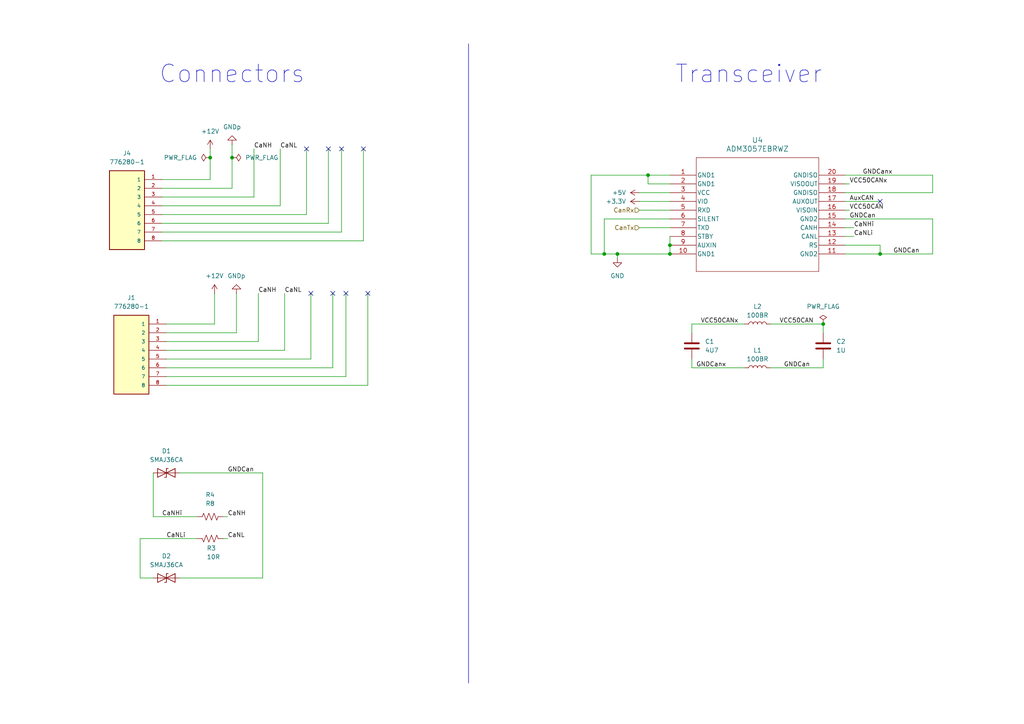
<source format=kicad_sch>
(kicad_sch (version 20250114) (generator "eeschema") (generator_version "9.0")
  (paper "A4")
  (lib_symbols
    (symbol "2025-10-14_23-44-50:ADM3057EBRWZ" (pin_names (offset 0.254))
      (property "Reference" "U" (at 25.4 10.16 0))
      (property "Value" "ADM3057EBRWZ" (at 25.4 7.62 0))
      (symbol "ADM3057EBRWZ_0_1"
        (polyline (pts (xy 7.62 5.08) (xy 7.62 -27.94)) (stroke (width 0.127)))
        (polyline (pts (xy 7.62 -27.94) (xy 43.18 -27.94)) (stroke (width 0.127)))
        (polyline (pts (xy 43.18 5.08) (xy 7.62 5.08)) (stroke (width 0.127)))
        (polyline (pts (xy 43.18 -27.94) (xy 43.18 5.08)) (stroke (width 0.127)))
        (pin power_out line (at 0 0 0) (length 7.62) (name "GND1") (number "1"))
        (pin power_out line (at 0 -2.54 0) (length 7.62) (name "GND1") (number "2"))
        (pin power_in line (at 0 -5.08 0) (length 7.62) (name "VCC") (number "3"))
        (pin power_in line (at 0 -7.62 0) (length 7.62) (name "VIO") (number "4"))
        (pin output line (at 0 -10.16 0) (length 7.62) (name "RXD") (number "5"))
        (pin input line (at 0 -12.7 0) (length 7.62) (name "SILENT") (number "6"))
        (pin input line (at 0 -15.24 0) (length 7.62) (name "TXD") (number "7"))
        (pin input line (at 0 -17.78 0) (length 7.62) (name "STBY") (number "8"))
        (pin input line (at 0 -20.32 0) (length 7.62) (name "AUXIN") (number "9"))
        (pin power_out line (at 0 -22.86 0) (length 7.62) (name "GND1") (number "10"))
        (pin power_out line (at 50.8 0 180) (length 7.62) (name "GNDISO") (number "20"))
        (pin output line (at 50.8 -2.54 180) (length 7.62) (name "VISOOUT") (number "19"))
        (pin power_out line (at 50.8 -5.08 180) (length 7.62) (name "GNDISO") (number "18"))
        (pin output line (at 50.8 -7.62 180) (length 7.62) (name "AUXOUT") (number "17"))
        (pin power_in line (at 50.8 -10.16 180) (length 7.62) (name "VISOIN") (number "16"))
        (pin power_out line (at 50.8 -12.7 180) (length 7.62) (name "GND2") (number "15"))
        (pin bidirectional line (at 50.8 -15.24 180) (length 7.62) (name "CANH") (number "14"))
        (pin bidirectional line (at 50.8 -17.78 180) (length 7.62) (name "CANL") (number "13"))
        (pin input line (at 50.8 -20.32 180) (length 7.62) (name "RS") (number "12"))
        (pin power_out line (at 50.8 -22.86 180) (length 7.62) (name "GND2") (number "11"))
      )
    )
    (symbol "776280-1:776280-1" (pin_names (offset 1.016))
      (property "Reference" "J" (at -5.8425 10.4149 0))
      (property "Value" "776280-1" (at -5.8428 -14.988 0))
      (symbol "776280-1_0_0"
        (rectangle (start -5.08 -12.7) (end 5.08 10.16) (stroke (width 0.254)) (fill (type background)))
        (pin passive line (at 10.16 7.62 180) (length 5.08) (name "1") (number "1"))
        (pin passive line (at 10.16 5.08 180) (length 5.08) (name "2") (number "2"))
        (pin passive line (at 10.16 2.54 180) (length 5.08) (name "3") (number "3"))
        (pin passive line (at 10.16 0 180) (length 5.08) (name "4") (number "4"))
        (pin passive line (at 10.16 -2.54 180) (length 5.08) (name "5") (number "5"))
        (pin passive line (at 10.16 -5.08 180) (length 5.08) (name "6") (number "6"))
        (pin passive line (at 10.16 -7.62 180) (length 5.08) (name "7") (number "7"))
        (pin passive line (at 10.16 -10.16 180) (length 5.08) (name "8") (number "8"))
      )
    )
    (symbol "Device:C" (pin_numbers (hide yes)) (pin_names (offset 0.254))
      (property "Reference" "C" (at 0.635 2.54 0))
      (property "Value" "C" (at 0.635 -2.54 0))
      (symbol "C_0_1"
        (polyline (pts (xy -2.032 0.762) (xy 2.032 0.762)) (stroke (width 0.508)))
        (polyline (pts (xy -2.032 -0.762) (xy 2.032 -0.762)) (stroke (width 0.508)))
      )
      (symbol "C_1_1"
        (pin passive line (at 0 3.81 270) (length 2.794) (name "~") (number "1"))
        (pin passive line (at 0 -3.81 90) (length 2.794) (name "~") (number "2"))
      )
    )
    (symbol "Device:L" (pin_numbers (hide yes)) (pin_names (offset 1.016) (hide yes))
      (property "Reference" "L" (at -1.27 0 90))
      (property "Value" "L" (at 1.905 0 90))
      (symbol "L_0_1"
        (arc (start 0 2.54) (mid 0.6323 1.905) (end 0 1.27))
        (arc (start 0 1.27) (mid 0.6323 0.635) (end 0 0))
        (arc (start 0 0) (mid 0.6323 -0.635) (end 0 -1.27))
        (arc (start 0 -1.27) (mid 0.6323 -1.905) (end 0 -2.54))
      )
      (symbol "L_1_1"
        (pin passive line (at 0 3.81 270) (length 1.27) (name "1") (number "1"))
        (pin passive line (at 0 -3.81 90) (length 1.27) (name "2") (number "2"))
      )
    )
    (symbol "Device:R_US" (pin_numbers (hide yes)) (pin_names (offset 0))
      (property "Reference" "R" (at 2.54 0 90))
      (property "Value" "R_US" (at -2.54 0 90))
      (symbol "R_US_0_1"
        (polyline (pts (xy 0 2.286) (xy 0 2.54)))
        (polyline (pts (xy 0 2.286) (xy 1.016 1.905) (xy 0 1.524) (xy -1.016 1.143) (xy 0 0.762)))
        (polyline (pts (xy 0 0.762) (xy 1.016 0.381) (xy 0 0) (xy -1.016 -0.381) (xy 0 -0.762)))
        (polyline (pts (xy 0 -0.762) (xy 1.016 -1.143) (xy 0 -1.524) (xy -1.016 -1.905) (xy 0 -2.286)))
        (polyline (pts (xy 0 -2.286) (xy 0 -2.54)))
      )
      (symbol "R_US_1_1"
        (pin passive line (at 0 3.81 270) (length 1.27) (name "~") (number "1"))
        (pin passive line (at 0 -3.81 90) (length 1.27) (name "~") (number "2"))
      )
    )
    (symbol "Diode:SMAJ36CA" (pin_numbers (hide yes)) (pin_names (offset 1.016) (hide yes))
      (property "Reference" "D" (at 0 2.54 0))
      (property "Value" "SMAJ36CA" (at 0 -2.54 0))
      (symbol "SMAJ36CA_0_1"
        (polyline (pts (xy -2.54 -1.27) (xy 0 0) (xy -2.54 1.27) (xy -2.54 -1.27)) (stroke (width 0.2032)))
        (polyline (pts (xy 0.508 1.27) (xy 0 1.27) (xy 0 -1.27) (xy -0.508 -1.27)) (stroke (width 0.2032)))
        (polyline (pts (xy 1.27 0) (xy -1.27 0)))
        (polyline (pts (xy 2.54 1.27) (xy 2.54 -1.27) (xy 0 0) (xy 2.54 1.27)) (stroke (width 0.2032)))
      )
      (symbol "SMAJ36CA_1_1"
        (pin passive line (at -3.81 0 0) (length 2.54) (name "A1") (number "1"))
        (pin passive line (at 3.81 0 180) (length 2.54) (name "A2") (number "2"))
      )
    )
    (symbol "power:+12V" (power) (pin_numbers (hide yes)) (pin_names (offset 0) (hide yes))
      (property "Value" "+12V" (at 0 3.556 0))
      (symbol "+12V_0_1"
        (polyline (pts (xy -0.762 1.27) (xy 0 2.54)))
        (polyline (pts (xy 0 2.54) (xy 0.762 1.27)))
        (polyline (pts (xy 0 0) (xy 0 2.54)))
      )
      (symbol "+12V_1_1"
        (pin power_in line (at 0 0 90) (length 0) (name "~") (number "1"))
      )
    )
    (symbol "power:+3.3V" (power) (pin_numbers (hide yes)) (pin_names (offset 0) (hide yes))
      (property "Value" "+3.3V" (at 0 3.556 0))
      (symbol "+3.3V_0_1"
        (polyline (pts (xy -0.762 1.27) (xy 0 2.54)))
        (polyline (pts (xy 0 2.54) (xy 0.762 1.27)))
        (polyline (pts (xy 0 0) (xy 0 2.54)))
      )
      (symbol "+3.3V_1_1"
        (pin power_in line (at 0 0 90) (length 0) (name "~") (number "1"))
      )
    )
    (symbol "power:+5V" (power) (pin_numbers (hide yes)) (pin_names (offset 0) (hide yes))
      (property "Value" "+5V" (at 0 3.556 0))
      (symbol "+5V_0_1"
        (polyline (pts (xy -0.762 1.27) (xy 0 2.54)))
        (polyline (pts (xy 0 2.54) (xy 0.762 1.27)))
        (polyline (pts (xy 0 0) (xy 0 2.54)))
      )
      (symbol "+5V_1_1"
        (pin power_in line (at 0 0 90) (length 0) (name "~") (number "1"))
      )
    )
    (symbol "power:GND" (power) (pin_numbers (hide yes)) (pin_names (offset 0) (hide yes))
      (property "Value" "GND" (at 0 -3.81 0))
      (symbol "GND_0_1"
        (polyline (pts (xy 0 0) (xy 0 -1.27) (xy 1.27 -1.27) (xy 0 -2.54) (xy -1.27 -1.27) (xy 0 -1.27)))
      )
      (symbol "GND_1_1"
        (pin power_in line (at 0 0 270) (length 0) (name "~") (number "1"))
      )
    )
    (symbol "power:PWR_FLAG" (power) (pin_numbers (hide yes)) (pin_names (offset 0) (hide yes))
      (property "Value" "PWR_FLAG" (at 0 3.81 0))
      (symbol "PWR_FLAG_0_0"
        (pin power_out line (at 0 0 90) (length 0) (name "~") (number "1"))
      )
      (symbol "PWR_FLAG_0_1"
        (polyline (pts (xy 0 0) (xy 0 1.27) (xy -1.016 1.905) (xy 0 2.54) (xy 1.016 1.905) (xy 0 1.27)))
      )
    )
  )
  (text "Connectors" (at 67.31 21.59 0) (effects (font (size 5.08 5.08))))
  (text "Transceiver" (at 217.17 21.59 0) (effects (font (size 5.08 5.08))))
  (junction (at 175.26 73.66))
  (junction (at 194.31 71.12))
  (junction (at 238.76 93.98))
  (junction (at 60.96 45.72))
  (junction (at 179.07 73.66))
  (junction (at 187.96 50.8))
  (junction (at 67.31 45.72))
  (junction (at 255.27 73.66))
  (junction (at 194.31 73.66))
  (no_connect (at 96.52 85.09))
  (no_connect (at 88.9 43.18))
  (no_connect (at 105.41 43.18))
  (no_connect (at 255.27 58.42))
  (no_connect (at 99.06 43.18))
  (no_connect (at 90.17 85.09))
  (no_connect (at 100.33 85.09))
  (no_connect (at 106.68 85.09))
  (no_connect (at 95.25 43.18))
  (wire (pts (xy 175.26 73.66) (xy 179.07 73.66)))
  (wire (pts (xy 179.07 73.66) (xy 179.07 74.93)))
  (wire (pts (xy 185.42 60.96) (xy 194.31 60.96)))
  (wire (pts (xy 48.26 104.14) (xy 90.17 104.14)))
  (wire (pts (xy 245.11 66.04) (xy 247.65 66.04)))
  (wire (pts (xy 48.26 99.06) (xy 74.93 99.06)))
  (wire (pts (xy 52.07 167.64) (xy 76.2 167.64)))
  (wire (pts (xy 185.42 55.88) (xy 194.31 55.88)))
  (wire (pts (xy 64.77 156.21) (xy 66.04 156.21)))
  (wire (pts (xy 238.76 93.98) (xy 238.76 96.52)))
  (wire (pts (xy 270.51 63.5) (xy 270.51 73.66)))
  (wire (pts (xy 76.2 167.64) (xy 76.2 137.16)))
  (wire (pts (xy 46.99 52.07) (xy 60.96 52.07)))
  (wire (pts (xy 67.31 45.72) (xy 67.31 54.61)))
  (wire (pts (xy 179.07 73.66) (xy 194.31 73.66)))
  (wire (pts (xy 245.11 58.42) (xy 255.27 58.42)))
  (wire (pts (xy 106.68 85.09) (xy 106.68 111.76)))
  (wire (pts (xy 270.51 73.66) (xy 255.27 73.66)))
  (wire (pts (xy 200.66 96.52) (xy 200.66 93.98)))
  (wire (pts (xy 46.99 54.61) (xy 67.31 54.61)))
  (wire (pts (xy 48.26 111.76) (xy 106.68 111.76)))
  (wire (pts (xy 245.11 63.5) (xy 270.51 63.5)))
  (wire (pts (xy 81.28 43.18) (xy 81.28 59.69)))
  (wire (pts (xy 73.66 43.18) (xy 73.66 57.15)))
  (wire (pts (xy 48.26 96.52) (xy 68.58 96.52)))
  (wire (pts (xy 185.42 58.42) (xy 194.31 58.42)))
  (wire (pts (xy 52.07 137.16) (xy 76.2 137.16)))
  (wire (pts (xy 46.99 57.15) (xy 73.66 57.15)))
  (wire (pts (xy 95.25 43.18) (xy 95.25 64.77)))
  (wire (pts (xy 171.45 73.66) (xy 171.45 50.8)))
  (wire (pts (xy 215.9 106.68) (xy 200.66 106.68)))
  (wire (pts (xy 88.9 43.18) (xy 88.9 62.23)))
  (wire (pts (xy 60.96 43.18) (xy 60.96 45.72)))
  (wire (pts (xy 67.31 41.91) (xy 67.31 45.72)))
  (wire (pts (xy 40.64 156.21) (xy 57.15 156.21)))
  (wire (pts (xy 175.26 63.5) (xy 194.31 63.5)))
  (wire (pts (xy 245.11 60.96) (xy 246.38 60.96)))
  (wire (pts (xy 194.31 68.58) (xy 194.31 71.12)))
  (wire (pts (xy 255.27 73.66) (xy 245.11 73.66)))
  (wire (pts (xy 48.26 106.68) (xy 96.52 106.68)))
  (wire (pts (xy 48.26 109.22) (xy 100.33 109.22)))
  (wire (pts (xy 245.11 53.34) (xy 246.38 53.34)))
  (wire (pts (xy 187.96 50.8) (xy 194.31 50.8)))
  (wire (pts (xy 46.99 64.77) (xy 95.25 64.77)))
  (wire (pts (xy 99.06 43.18) (xy 99.06 67.31)))
  (wire (pts (xy 46.99 59.69) (xy 81.28 59.69)))
  (wire (pts (xy 90.17 85.09) (xy 90.17 104.14)))
  (wire (pts (xy 105.41 43.18) (xy 105.41 69.85)))
  (wire (pts (xy 194.31 71.12) (xy 194.31 73.66)))
  (wire (pts (xy 200.66 93.98) (xy 215.9 93.98)))
  (wire (pts (xy 96.52 85.09) (xy 96.52 106.68)))
  (wire (pts (xy 245.11 50.8) (xy 270.51 50.8)))
  (wire (pts (xy 64.77 149.86) (xy 66.04 149.86)))
  (wire (pts (xy 46.99 67.31) (xy 99.06 67.31)))
  (polyline (pts (xy 135.89 12.7) (xy 135.89 198.12)))
  (wire (pts (xy 48.26 93.98) (xy 62.23 93.98)))
  (wire (pts (xy 44.45 149.86) (xy 57.15 149.86)))
  (wire (pts (xy 187.96 50.8) (xy 187.96 53.34)))
  (wire (pts (xy 245.11 55.88) (xy 270.51 55.88)))
  (wire (pts (xy 238.76 106.68) (xy 238.76 104.14)))
  (wire (pts (xy 245.11 68.58) (xy 247.65 68.58)))
  (wire (pts (xy 40.64 156.21) (xy 40.64 167.64)))
  (wire (pts (xy 255.27 71.12) (xy 255.27 73.66)))
  (wire (pts (xy 46.99 62.23) (xy 88.9 62.23)))
  (wire (pts (xy 171.45 73.66) (xy 175.26 73.66)))
  (wire (pts (xy 68.58 85.09) (xy 68.58 96.52)))
  (wire (pts (xy 270.51 50.8) (xy 270.51 55.88)))
  (wire (pts (xy 171.45 50.8) (xy 187.96 50.8)))
  (wire (pts (xy 60.96 45.72) (xy 60.96 52.07)))
  (wire (pts (xy 100.33 85.09) (xy 100.33 109.22)))
  (wire (pts (xy 200.66 106.68) (xy 200.66 104.14)))
  (wire (pts (xy 185.42 66.04) (xy 194.31 66.04)))
  (wire (pts (xy 175.26 63.5) (xy 175.26 73.66)))
  (wire (pts (xy 223.52 93.98) (xy 238.76 93.98)))
  (wire (pts (xy 82.55 85.09) (xy 82.55 101.6)))
  (wire (pts (xy 74.93 85.09) (xy 74.93 99.06)))
  (wire (pts (xy 44.45 137.16) (xy 44.45 149.86)))
  (wire (pts (xy 46.99 69.85) (xy 105.41 69.85)))
  (wire (pts (xy 48.26 101.6) (xy 82.55 101.6)))
  (wire (pts (xy 187.96 53.34) (xy 194.31 53.34)))
  (wire (pts (xy 40.64 167.64) (xy 44.45 167.64)))
  (wire (pts (xy 245.11 71.12) (xy 255.27 71.12)))
  (wire (pts (xy 62.23 85.09) (xy 62.23 93.98)))
  (wire (pts (xy 223.52 106.68) (xy 238.76 106.68)))
  (label "CaNLi" (at 247.65 68.58 0))
  (label "CaNL" (at 66.04 156.21 0))
  (label "CaNHi" (at 247.65 66.04 0))
  (label "CaNL" (at 81.28 43.18 0))
  (label "GNDCanx" (at 201.93 106.68 0))
  (label "VCC50CANx" (at 246.38 53.34 0))
  (label "CaNH" (at 73.66 43.18 0))
  (label "CaNL" (at 82.55 85.09 0))
  (label "CaNHi" (at 46.99 149.86 0))
  (label "VCC50CAN" (at 246.38 60.96 0))
  (label "CaNH" (at 74.93 85.09 0))
  (label "VCC50CAN" (at 226.06 93.98 0))
  (label "AuxCAN" (at 246.38 58.42 0))
  (label "GNDCan" (at 227.33 106.68 0))
  (label "GNDCan" (at 66.04 137.16 0))
  (label "GNDCan" (at 246.38 63.5 0))
  (label "VCC50CANx" (at 203.2 93.98 0))
  (label "GNDCanx" (at 250.19 50.8 0))
  (label "CaNH" (at 66.04 149.86 0))
  (label "GNDCan" (at 259.08 73.66 0))
  (label "CaNLi" (at 48.26 156.21 0))
  (hierarchical_label "CanTx" (shape input) (at 185.42 66.04 180))
  (hierarchical_label "CanRx" (shape input) (at 185.42 60.96 180))
  (symbol (lib_id "power:+3.3V") (at 185.42 58.42 90) (unit 1)
    (property "Reference" "#PWR02" (effects (hide yes)))
    (property "Value" "+3.3V" (at 181.61 58.4199 90) (effects (justify left)))
    (property "Description" "Power symbol creates a global label with name \"+3.3V\"" (effects (hide yes)))
  )
  (symbol (lib_id "power:+12V") (at 60.96 43.18 0) (unit 1)
    (property "Reference" "#PWR08" (effects (hide yes)))
    (property "Value" "+12V" (at 60.96 38.1 0))
    (property "Description" "Power symbol creates a global label with name \"+12V\"" (effects (hide yes)))
  )
  (symbol (lib_id "power:+5V") (at 185.42 55.88 90) (unit 1)
    (property "Reference" "#PWR01" (effects (hide yes)))
    (property "Value" "+5V" (at 181.61 55.8799 90) (effects (justify left)))
    (property "Description" "Power symbol creates a global label with name \"+5V\"" (effects (hide yes)))
  )
  (symbol (lib_id "power:PWR_FLAG") (at 67.31 45.72 270) (unit 1)
    (property "Reference" "#FLG02" (effects (hide yes)))
    (property "Value" "PWR_FLAG" (at 71.12 45.7199 90) (effects (justify left)))
    (property "Description" "Special symbol for telling ERC where power comes from" (effects (hide yes)))
  )
  (symbol (lib_id "776280-1:776280-1") (at 36.83 59.69 0) (unit 1)
    (property "Reference" "J4" (at 36.83 44.45 0))
    (property "Value" "776280-1" (at 36.83 46.99 0))
    (property "Footprint" "776280-1:TE_776280-1" (effects (hide yes)))
    (property "Comment" "776280-1" (effects (hide yes)))
    (property "MF" "TE Connectivity" (effects (hide yes)))
    (property "Description_1" "Header Assembly 8 POS RTANG W/GASKET AMPSEAL Series | TE Connectivity 776280-1" (effects (hide yes)))
    (property "Package" "None" (effects (hide yes)))
    (property "Price" "None" (effects (hide yes)))
    (property "Check_prices" "https://www.snapeda.com/parts/776280-1/TE+Connectivity+AMP+Connectors/view-part/?ref=eda" (effects (hide yes)))
    (property "STANDARD" "MANUFACTURER RECOMMENDATION" (effects (hide yes)))
    (property "PARTREV" "F8" (effects (hide yes)))
    (property "SnapEDA_Link" "https://www.snapeda.com/parts/776280-1/TE+Connectivity+AMP+Connectors/view-part/?ref=snap" (effects (hide yes)))
    (property "MP" "776280-1" (effects (hide yes)))
    (property "EU_RoHS_Compliance" "Compliant" (effects (hide yes)))
    (property "Availability" "In Stock" (effects (hide yes)))
    (property "MANUFACTURER" "TE CONNECTIVITY" (effects (hide yes)))
  )
  (symbol (lib_id "Device:C") (at 238.76 100.33 0) (unit 1)
    (property "Reference" "C2" (at 242.57 99.0599 0) (effects (justify left)))
    (property "Value" "1U" (at 242.57 101.5999 0) (effects (justify left)))
    (property "Footprint" "GRT155C80J105KE01J:CAPC1005X55N" (effects (hide yes)))
    (property "Description" "Unpolarized capacitor" (effects (hide yes)))
  )
  (symbol (lib_id "power:PWR_FLAG") (at 238.76 93.98 0) (unit 1)
    (property "Reference" "#FLG04" (effects (hide yes)))
    (property "Value" "PWR_FLAG" (at 238.76 88.9 0))
    (property "Description" "Special symbol for telling ERC where power comes from" (effects (hide yes)))
  )
  (symbol (lib_id "Device:R_US") (at 60.96 149.86 90) (unit 1)
    (property "Reference" "R4" (at 60.96 143.51 90))
    (property "Value" "R8" (at 60.96 146.05 90))
    (property "Footprint" "Resistor_SMD:R_0603_1608Metric" (effects (hide yes)))
    (property "Description" "Resistor, US symbol" (effects (hide yes)))
  )
  (symbol (lib_id "Diode:SMAJ36CA") (at 48.26 167.64 0) (unit 1)
    (property "Reference" "D2" (at 48.26 161.29 0))
    (property "Value" "SMAJ36CA" (at 48.26 163.83 0))
    (property "Footprint" "SMAJ36CA:SMASERIES-M" (effects (hide yes)))
    (property "Datasheet" "https://www.littelfuse.com/media?resourcetype=datasheets&itemid=75e32973-b177-4ee3-a0ff-cedaf1abdb93&filename=smaj-datasheet" (effects (hide yes)))
    (property "Description" "400W bidirectional Transient Voltage Suppressor, 36.0Vr, SMA(DO-214AC)" (effects (hide yes)))
  )
  (symbol (lib_id "power:PWR_FLAG") (at 60.96 45.72 90) (unit 1)
    (property "Reference" "#FLG01" (effects (hide yes)))
    (property "Value" "PWR_FLAG" (at 57.15 45.7199 90) (effects (justify left)))
    (property "Description" "Special symbol for telling ERC where power comes from" (effects (hide yes)))
  )
  (symbol (lib_id "power:GND") (at 67.31 41.91 180) (unit 1)
    (property "Reference" "#PWR010" (effects (hide yes)))
    (property "Value" "GNDp" (at 67.31 36.83 0))
    (property "Description" "Power symbol creates a global label with name \"GND\" , ground" (effects (hide yes)))
  )
  (symbol (lib_id "776280-1:776280-1") (at 38.1 101.6 0) (unit 1)
    (property "Reference" "J1" (at 38.1 86.36 0))
    (property "Value" "776280-1" (at 38.1 88.9 0))
    (property "Footprint" "776280-1:TE_776280-1" (effects (hide yes)))
    (property "Comment" "776280-1" (effects (hide yes)))
    (property "MF" "TE Connectivity" (effects (hide yes)))
    (property "Description_1" "Header Assembly 8 POS RTANG W/GASKET AMPSEAL Series | TE Connectivity 776280-1" (effects (hide yes)))
    (property "Package" "None" (effects (hide yes)))
    (property "Price" "None" (effects (hide yes)))
    (property "Check_prices" "https://www.snapeda.com/parts/776280-1/TE+Connectivity+AMP+Connectors/view-part/?ref=eda" (effects (hide yes)))
    (property "STANDARD" "MANUFACTURER RECOMMENDATION" (effects (hide yes)))
    (property "PARTREV" "F8" (effects (hide yes)))
    (property "SnapEDA_Link" "https://www.snapeda.com/parts/776280-1/TE+Connectivity+AMP+Connectors/view-part/?ref=snap" (effects (hide yes)))
    (property "MP" "776280-1" (effects (hide yes)))
    (property "EU_RoHS_Compliance" "Compliant" (effects (hide yes)))
    (property "Availability" "In Stock" (effects (hide yes)))
    (property "MANUFACTURER" "TE CONNECTIVITY" (effects (hide yes)))
  )
  (symbol (lib_id "2025-10-14_23-44-50:ADM3057EBRWZ") (at 194.31 50.8 0) (unit 1)
    (property "Reference" "U4" (at 219.71 40.64 0) (effects (font (size 1.524 1.524))))
    (property "Value" "ADM3057EBRWZ" (at 219.71 43.18 0) (effects (font (size 1.524 1.524))))
    (property "Footprint" "ADM3057EBRWZ:SOIC127P1032X265-20N" (effects (hide yes)))
    (property "Datasheet" "https://www.analog.com/media/en/technical-documentation/data-sheets/ADM3055E-3057E.pdf" (effects (hide yes)))
  )
  (symbol (lib_id "Device:R_US") (at 60.96 156.21 90) (mirror x) (unit 1)
    (property "Reference" "R3" (at 59.944 159.004 90) (effects (justify right)))
    (property "Value" "10R" (at 59.944 161.544 90) (effects (justify right)))
    (property "Footprint" "Resistor_SMD:R_0603_1608Metric" (effects (hide yes)))
    (property "Description" "Resistor, US symbol" (effects (hide yes)))
  )
  (symbol (lib_id "power:+12V") (at 62.23 85.09 0) (unit 1)
    (property "Reference" "#PWR07" (effects (hide yes)))
    (property "Value" "+12V" (at 62.23 80.01 0))
    (property "Description" "Power symbol creates a global label with name \"+12V\"" (effects (hide yes)))
  )
  (symbol (lib_id "power:GND") (at 68.58 85.09 180) (unit 1)
    (property "Reference" "#PWR06" (effects (hide yes)))
    (property "Value" "GNDp" (at 68.58 80.01 0))
    (property "Description" "Power symbol creates a global label with name \"GND\" , ground" (effects (hide yes)))
  )
  (symbol (lib_id "power:GND") (at 179.07 74.93 0) (unit 1)
    (property "Reference" "#PWR05" (effects (hide yes)))
    (property "Value" "GND" (at 179.07 80.01 0))
    (property "Description" "Power symbol creates a global label with name \"GND\" , ground" (effects (hide yes)))
  )
  (symbol (lib_id "Diode:SMAJ36CA") (at 48.26 137.16 0) (unit 1)
    (property "Reference" "D1" (at 48.26 130.81 0))
    (property "Value" "SMAJ36CA" (at 48.26 133.35 0))
    (property "Footprint" "SMAJ36CA:SMASERIES-M" (effects (hide yes)))
    (property "Datasheet" "https://www.littelfuse.com/media?resourcetype=datasheets&itemid=75e32973-b177-4ee3-a0ff-cedaf1abdb93&filename=smaj-datasheet" (effects (hide yes)))
    (property "Description" "400W bidirectional Transient Voltage Suppressor, 36.0Vr, SMA(DO-214AC)" (effects (hide yes)))
  )
  (symbol (lib_id "Device:C") (at 200.66 100.33 0) (unit 1)
    (property "Reference" "C1" (at 204.47 99.0599 0) (effects (justify left)))
    (property "Value" "4U7" (at 204.47 101.5999 0) (effects (justify left)))
    (property "Footprint" "GRM188R61E475KE11D:CAPC1608X95N" (effects (hide yes)))
    (property "Description" "Unpolarized capacitor" (effects (hide yes)))
  )
  (symbol (lib_id "Device:L") (at 219.71 93.98 90) (unit 1)
    (property "Reference" "L2" (at 219.71 88.9 90))
    (property "Value" "100BR" (at 219.71 91.44 90))
    (property "Footprint" "RN73C2B100RBTDF:RESC3015X65N" (effects (hide yes)))
    (property "Description" "Inductor" (effects (hide yes)))
  )
  (symbol (lib_id "Device:L") (at 219.71 106.68 90) (unit 1)
    (property "Reference" "L1" (at 219.71 101.6 90))
    (property "Value" "100BR" (at 219.71 104.14 90))
    (property "Footprint" "RN73C2B100RBTDF:RESC3015X65N" (effects (hide yes)))
    (property "Description" "Inductor" (effects (hide yes)))
  )
)
</source>
